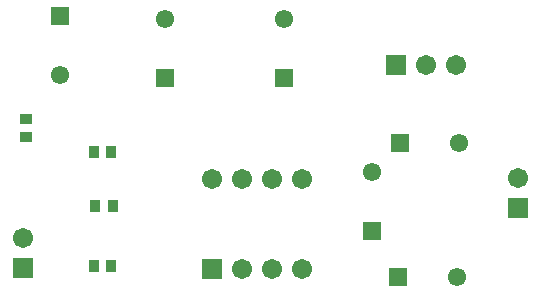
<source format=gts>
G04 Layer_Color=8388736*
%FSLAX25Y25*%
%MOIN*%
G70*
G01*
G75*
%ADD24R,0.03556X0.04343*%
%ADD25R,0.04343X0.03556*%
%ADD26R,0.06706X0.06706*%
%ADD27C,0.06706*%
%ADD28R,0.06115X0.06115*%
%ADD29C,0.06115*%
%ADD30R,0.06706X0.06706*%
%ADD31R,0.06115X0.06115*%
D24*
X228500Y235500D02*
D03*
X222594D02*
D03*
X228000Y253500D02*
D03*
X222094D02*
D03*
X227953Y215500D02*
D03*
X222047D02*
D03*
D25*
X199500Y264453D02*
D03*
Y258547D02*
D03*
D26*
X363500Y235000D02*
D03*
X261500Y214500D02*
D03*
X198500Y215000D02*
D03*
D27*
X363500Y245000D02*
D03*
X291500Y244500D02*
D03*
X281500D02*
D03*
X271500D02*
D03*
X261500D02*
D03*
X291500Y214500D02*
D03*
X281500D02*
D03*
X271500D02*
D03*
X343000Y282500D02*
D03*
X333000D02*
D03*
X198500Y225000D02*
D03*
D28*
X211000Y298843D02*
D03*
X315000Y227157D02*
D03*
X246000Y278157D02*
D03*
X285500D02*
D03*
D29*
X211000Y279157D02*
D03*
X343843Y256500D02*
D03*
X343343Y212000D02*
D03*
X315000Y246843D02*
D03*
X246000Y297843D02*
D03*
X285500D02*
D03*
D30*
X323000Y282500D02*
D03*
D31*
X324157Y256500D02*
D03*
X323657Y212000D02*
D03*
M02*

</source>
